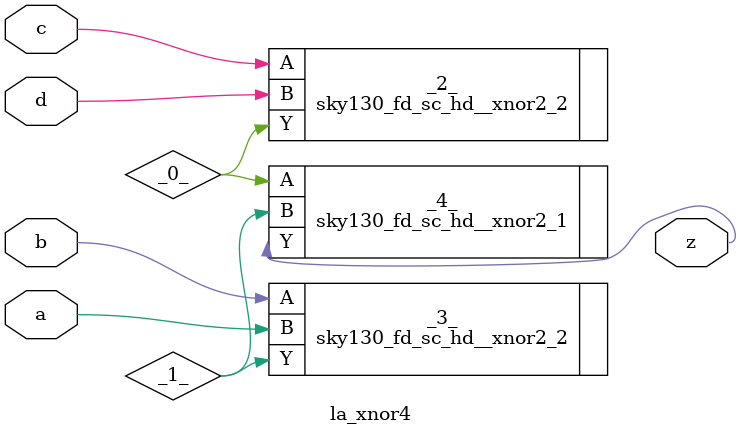
<source format=v>
/* Generated by Yosys 0.37 (git sha1 a5c7f69ed, clang 14.0.0-1ubuntu1.1 -fPIC -Os) */

module la_xnor4(a, b, c, d, z);
  wire _0_;
  wire _1_;
  input a;
  wire a;
  input b;
  wire b;
  input c;
  wire c;
  input d;
  wire d;
  output z;
  wire z;
  sky130_fd_sc_hd__xnor2_2 _2_ (
    .A(c),
    .B(d),
    .Y(_0_)
  );
  sky130_fd_sc_hd__xnor2_2 _3_ (
    .A(b),
    .B(a),
    .Y(_1_)
  );
  sky130_fd_sc_hd__xnor2_1 _4_ (
    .A(_0_),
    .B(_1_),
    .Y(z)
  );
endmodule

</source>
